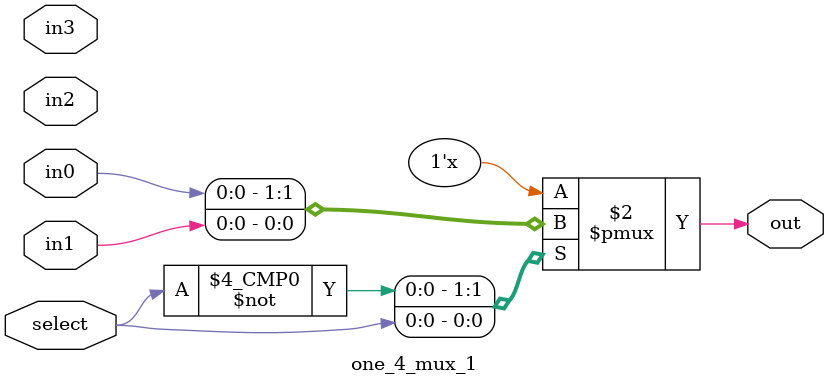
<source format=v>
module one_4_mux_1(in0,in1,in2,in3,select,out);
input in1,in2,in3,in0;
input select;

output reg out;

always@*
case(select)
2'b00:out=in0;
2'b01:out=in1;
2'b10:out=in2;
2'b11:out=in3;
endcase
endmodule

</source>
